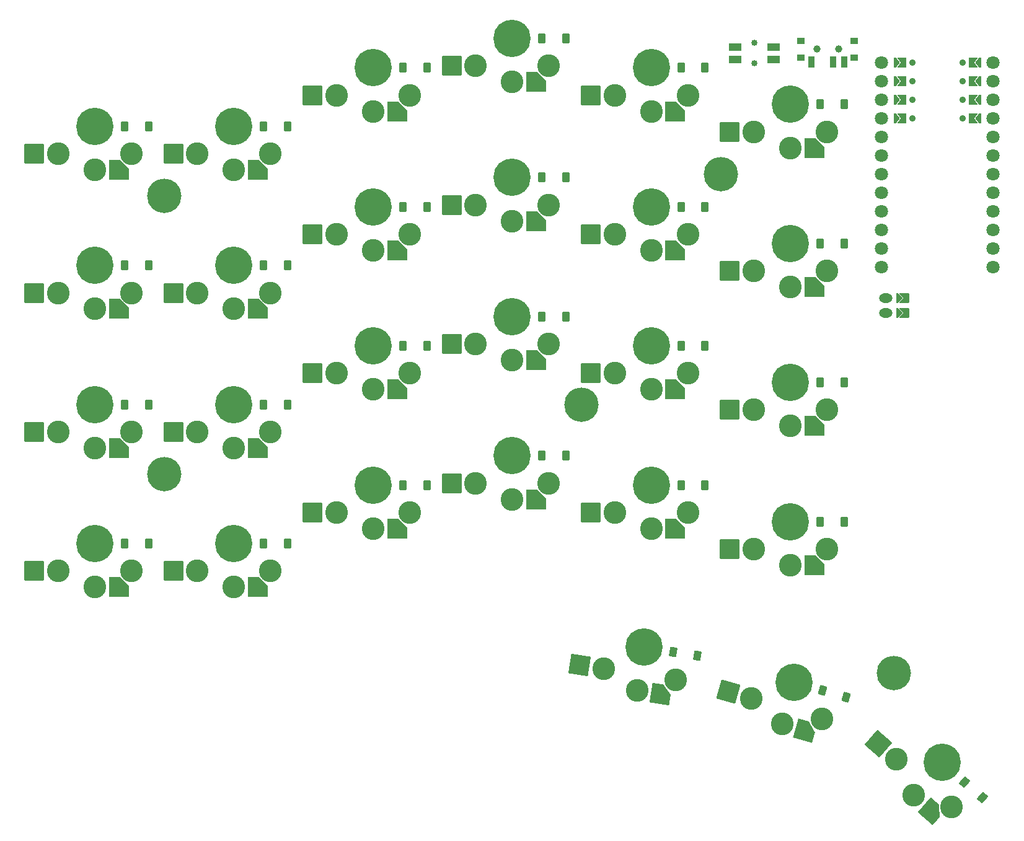
<source format=gbr>
%TF.GenerationSoftware,KiCad,Pcbnew,9.0.6*%
%TF.CreationDate,2026-01-10T00:21:18+01:00*%
%TF.ProjectId,shoedler54,73686f65-646c-4657-9235-342e6b696361,v1.0.0*%
%TF.SameCoordinates,Original*%
%TF.FileFunction,Soldermask,Bot*%
%TF.FilePolarity,Negative*%
%FSLAX46Y46*%
G04 Gerber Fmt 4.6, Leading zero omitted, Abs format (unit mm)*
G04 Created by KiCad (PCBNEW 9.0.6) date 2026-01-10 00:21:18*
%MOMM*%
%LPD*%
G01*
G04 APERTURE LIST*
G04 Aperture macros list*
%AMRoundRect*
0 Rectangle with rounded corners*
0 $1 Rounding radius*
0 $2 $3 $4 $5 $6 $7 $8 $9 X,Y pos of 4 corners*
0 Add a 4 corners polygon primitive as box body*
4,1,4,$2,$3,$4,$5,$6,$7,$8,$9,$2,$3,0*
0 Add four circle primitives for the rounded corners*
1,1,$1+$1,$2,$3*
1,1,$1+$1,$4,$5*
1,1,$1+$1,$6,$7*
1,1,$1+$1,$8,$9*
0 Add four rect primitives between the rounded corners*
20,1,$1+$1,$2,$3,$4,$5,0*
20,1,$1+$1,$4,$5,$6,$7,0*
20,1,$1+$1,$6,$7,$8,$9,0*
20,1,$1+$1,$8,$9,$2,$3,0*%
%AMFreePoly0*
4,1,16,-0.214645,0.660355,-0.210957,0.656235,0.289043,0.031235,0.299694,-0.005522,0.289043,-0.031235,-0.210957,-0.656235,-0.244478,-0.674694,-0.250000,-0.675000,-0.500000,-0.675000,-0.535355,-0.660355,-0.550000,-0.625000,-0.550000,0.625000,-0.535355,0.660355,-0.500000,0.675000,-0.250000,0.675000,-0.214645,0.660355,-0.214645,0.660355,$1*%
%AMFreePoly1*
4,1,16,0.535355,0.660355,0.550000,0.625000,0.550000,-0.625000,0.535355,-0.660355,0.500000,-0.675000,-0.650000,-0.675000,-0.685355,-0.660355,-0.700000,-0.625000,-0.689043,-0.593765,-0.214031,0.000000,-0.689043,0.593765,-0.699694,0.630522,-0.681235,0.664043,-0.650000,0.675000,0.500000,0.675000,0.535355,0.660355,0.535355,0.660355,$1*%
%AMFreePoly2*
4,1,16,0.635355,0.285355,0.650000,0.250000,0.650000,-1.000000,0.635355,-1.035355,0.600000,-1.050000,0.564645,-1.035355,0.000000,-0.470710,-0.564645,-1.035355,-0.600000,-1.050000,-0.635355,-1.035355,-0.650000,-1.000000,-0.650000,0.250000,-0.635355,0.285355,-0.600000,0.300000,0.600000,0.300000,0.635355,0.285355,0.635355,0.285355,$1*%
%AMFreePoly3*
4,1,14,0.035355,0.435355,0.635355,-0.164645,0.650000,-0.200000,0.650000,-0.400000,0.635355,-0.435355,0.600000,-0.450000,-0.600000,-0.450000,-0.635355,-0.435355,-0.650000,-0.400000,-0.650000,-0.200000,-0.635355,-0.164645,-0.035355,0.435355,0.000000,0.450000,0.035355,0.435355,0.035355,0.435355,$1*%
%AMFreePoly4*
4,1,14,1.335355,1.335355,1.350000,1.300000,1.350000,-1.300000,1.335355,-1.335355,1.300000,-1.350000,-0.117000,-1.350000,-0.152355,-1.335355,-1.335355,-0.152355,-1.350000,-0.117000,-1.350000,1.300000,-1.335355,1.335355,-1.300000,1.350000,1.300000,1.350000,1.335355,1.335355,1.335355,1.335355,$1*%
G04 Aperture macros list end*
%ADD10RoundRect,0.050000X0.597950X0.452720X-0.267185X0.700794X-0.597950X-0.452720X0.267185X-0.700794X0*%
%ADD11RoundRect,0.050000X0.450000X0.600000X-0.450000X0.600000X-0.450000X-0.600000X0.450000X-0.600000X0*%
%ADD12RoundRect,0.050000X0.733255X0.157599X0.054016X0.748052X-0.733255X-0.157599X-0.054016X-0.748052X0*%
%ADD13RoundRect,0.050000X-0.500000X-0.400000X0.500000X-0.400000X0.500000X0.400000X-0.500000X0.400000X0*%
%ADD14C,1.000000*%
%ADD15RoundRect,0.050000X-0.350000X-0.750000X0.350000X-0.750000X0.350000X0.750000X-0.350000X0.750000X0*%
%ADD16FreePoly0,180.000000*%
%ADD17C,1.800000*%
%ADD18FreePoly0,0.000000*%
%ADD19FreePoly1,0.000000*%
%ADD20C,0.900000*%
%ADD21FreePoly1,180.000000*%
%ADD22C,4.700000*%
%ADD23FreePoly2,270.000000*%
%ADD24O,1.850000X1.300000*%
%ADD25FreePoly3,270.000000*%
%ADD26C,0.850000*%
%ADD27RoundRect,0.050000X0.775000X0.500000X-0.775000X0.500000X-0.775000X-0.500000X0.775000X-0.500000X0*%
%ADD28RoundRect,0.050000X0.538320X0.522217X-0.350599X0.663009X-0.538320X-0.522217X0.350599X-0.663009X0*%
%ADD29C,3.100000*%
%ADD30C,5.100000*%
%ADD31FreePoly4,180.000000*%
%ADD32RoundRect,0.050000X1.300000X1.300000X-1.300000X1.300000X-1.300000X-1.300000X1.300000X-1.300000X0*%
%ADD33FreePoly4,171.000000*%
%ADD34RoundRect,0.050000X1.487360X1.080630X-1.080630X1.487360X-1.487360X-1.080630X1.080630X-1.487360X0*%
%ADD35FreePoly4,139.000000*%
%ADD36RoundRect,0.050000X1.833999X0.128246X-0.128246X1.833999X-1.833999X-0.128246X0.128246X-1.833999X0*%
%ADD37FreePoly4,164.000000*%
%ADD38RoundRect,0.050000X1.607969X0.891312X-0.891312X1.607969X-1.607969X-0.891312X0.891312X-1.607969X0*%
G04 APERTURE END LIST*
D10*
%TO.C,D26*%
X252572247Y-170967899D03*
X249400083Y-170058295D03*
%TD*%
D11*
%TO.C,D21*%
X252350000Y-147000000D03*
X249050000Y-147000000D03*
%TD*%
%TO.C,D7*%
X176350000Y-112000000D03*
X173050000Y-112000000D03*
%TD*%
D12*
%TO.C,D27*%
X271257175Y-184733378D03*
X268766633Y-182568384D03*
%TD*%
D11*
%TO.C,D19*%
X233350000Y-104000000D03*
X230050000Y-104000000D03*
%TD*%
%TO.C,D1*%
X157350000Y-150000000D03*
X154050000Y-150000000D03*
%TD*%
%TO.C,D8*%
X176350000Y-93000000D03*
X173050000Y-93000000D03*
%TD*%
%TO.C,D23*%
X252350000Y-109000000D03*
X249050000Y-109000000D03*
%TD*%
D13*
%TO.C,PWR1*%
X246450000Y-83585000D03*
X253750000Y-83585000D03*
D14*
X248600000Y-82475000D03*
X251600000Y-82475000D03*
D13*
X246450000Y-81375000D03*
X253750000Y-81375000D03*
D15*
X247850000Y-84235000D03*
X250850000Y-84235000D03*
X252350000Y-84235000D03*
%TD*%
D11*
%TO.C,D15*%
X214350000Y-100000000D03*
X211050000Y-100000000D03*
%TD*%
%TO.C,D5*%
X176350000Y-150000000D03*
X173050000Y-150000000D03*
%TD*%
%TO.C,D11*%
X195350000Y-104000000D03*
X192050000Y-104000000D03*
%TD*%
D16*
%TO.C,MCU1*%
X270600000Y-84300000D03*
D17*
X272720000Y-84300000D03*
D16*
X270600000Y-86840000D03*
D17*
X272720000Y-86840000D03*
D16*
X270600000Y-89380000D03*
D17*
X272720000Y-89380000D03*
D16*
X270600000Y-91920000D03*
D17*
X272720000Y-91920000D03*
X272720000Y-94460000D03*
X272720000Y-97000000D03*
X272720000Y-99540000D03*
X272720000Y-102080000D03*
X272720000Y-104620000D03*
X272720000Y-107160000D03*
X272720000Y-109700000D03*
X272720000Y-112240000D03*
X257480000Y-112240000D03*
X257480000Y-109700000D03*
X257480000Y-107160000D03*
X257480000Y-104620000D03*
X257480000Y-102080000D03*
X257480000Y-99540000D03*
X257480000Y-97000000D03*
X257480000Y-94460000D03*
X257480000Y-91920000D03*
D18*
X259600000Y-91920000D03*
D17*
X257480000Y-89380000D03*
D18*
X259600000Y-89380000D03*
D17*
X257480000Y-86840000D03*
D18*
X259600000Y-86840000D03*
D17*
X257480000Y-84300000D03*
D18*
X259600000Y-84300000D03*
D19*
X260325000Y-84300000D03*
D20*
X268500000Y-84300000D03*
D19*
X260325000Y-86840000D03*
D20*
X268500000Y-86840000D03*
D19*
X260325000Y-89380000D03*
D20*
X268500000Y-89380000D03*
D19*
X260325000Y-91920000D03*
D20*
X268500000Y-91920000D03*
X261700000Y-91920000D03*
D21*
X269875000Y-91920000D03*
D20*
X261700000Y-89380000D03*
D21*
X269875000Y-89380000D03*
D20*
X261700000Y-86840000D03*
D21*
X269875000Y-86840000D03*
D20*
X261700000Y-84300000D03*
D21*
X269875000Y-84300000D03*
%TD*%
D11*
%TO.C,D16*%
X214350000Y-81000000D03*
X211050000Y-81000000D03*
%TD*%
%TO.C,D12*%
X195350000Y-85000000D03*
X192050000Y-85000000D03*
%TD*%
D22*
%TO.C,MH1*%
X159500000Y-102500000D03*
%TD*%
%TO.C,MH5*%
X216500000Y-131000000D03*
%TD*%
D11*
%TO.C,D22*%
X252350000Y-128000000D03*
X249050000Y-128000000D03*
%TD*%
D22*
%TO.C,MH4*%
X259163733Y-167726197D03*
%TD*%
%TO.C,MH3*%
X159500000Y-140500000D03*
%TD*%
D11*
%TO.C,D17*%
X233350000Y-142000000D03*
X230050000Y-142000000D03*
%TD*%
%TO.C,D9*%
X195350000Y-142000000D03*
X192050000Y-142000000D03*
%TD*%
D23*
%TO.C,JST1*%
X260876000Y-116500000D03*
X260876000Y-118500000D03*
D24*
X258060000Y-118500000D03*
X258060000Y-116500000D03*
D25*
X259860000Y-118500000D03*
X259860000Y-116500000D03*
%TD*%
D11*
%TO.C,D14*%
X214350000Y-119000000D03*
X211050000Y-119000000D03*
%TD*%
%TO.C,D24*%
X252350000Y-90000000D03*
X249050000Y-90000000D03*
%TD*%
%TO.C,D6*%
X176350000Y-131000000D03*
X173050000Y-131000000D03*
%TD*%
%TO.C,D20*%
X233350000Y-85000000D03*
X230050000Y-85000000D03*
%TD*%
D26*
%TO.C,RST1*%
X240100000Y-81625000D03*
X240100000Y-84375000D03*
D27*
X237475000Y-82150000D03*
X237475000Y-83850000D03*
X242725000Y-82150000D03*
X242725000Y-83850000D03*
%TD*%
D11*
%TO.C,D4*%
X157350000Y-93000000D03*
X154050000Y-93000000D03*
%TD*%
D22*
%TO.C,MH2*%
X235500000Y-99500000D03*
%TD*%
D28*
%TO.C,D25*%
X232257010Y-165294794D03*
X228997638Y-164778560D03*
%TD*%
D11*
%TO.C,D2*%
X157350000Y-131000000D03*
X154050000Y-131000000D03*
%TD*%
%TO.C,D3*%
X157350000Y-112000000D03*
X154050000Y-112000000D03*
%TD*%
%TO.C,D10*%
X195350000Y-123000000D03*
X192050000Y-123000000D03*
%TD*%
%TO.C,D13*%
X214350000Y-138000000D03*
X211050000Y-138000000D03*
%TD*%
%TO.C,D18*%
X233350000Y-123000000D03*
X230050000Y-123000000D03*
%TD*%
D29*
%TO.C,S19*%
X231000000Y-107750000D03*
X226000000Y-109950000D03*
D30*
X226000000Y-104000000D03*
D29*
X221000000Y-107750000D03*
D31*
X229275000Y-109950000D03*
D32*
X217725000Y-107750000D03*
%TD*%
D29*
%TO.C,S6*%
X174000000Y-134750000D03*
X169000000Y-136950000D03*
D30*
X169000000Y-131000000D03*
D29*
X164000000Y-134750000D03*
D31*
X172275000Y-136950000D03*
D32*
X160725000Y-134750000D03*
%TD*%
D29*
%TO.C,S24*%
X250000000Y-93750000D03*
X245000000Y-95950000D03*
D30*
X245000000Y-90000000D03*
D29*
X240000000Y-93750000D03*
D31*
X248275000Y-95950000D03*
D32*
X236725000Y-93750000D03*
%TD*%
D29*
%TO.C,S8*%
X174000000Y-96750000D03*
X169000000Y-98950000D03*
D30*
X169000000Y-93000000D03*
D29*
X164000000Y-96750000D03*
D31*
X172275000Y-98950000D03*
D32*
X160725000Y-96750000D03*
%TD*%
D29*
%TO.C,S7*%
X174000000Y-115750000D03*
X169000000Y-117950000D03*
D30*
X169000000Y-112000000D03*
D29*
X164000000Y-115750000D03*
D31*
X172275000Y-117950000D03*
D32*
X160725000Y-115750000D03*
%TD*%
D29*
%TO.C,S4*%
X155000000Y-96750000D03*
X150000000Y-98950000D03*
D30*
X150000000Y-93000000D03*
D29*
X145000000Y-96750000D03*
D31*
X153275000Y-98950000D03*
D32*
X141725000Y-96750000D03*
%TD*%
D29*
%TO.C,S25*%
X229349312Y-168631004D03*
X224066715Y-170021746D03*
D30*
X224997500Y-164145000D03*
D29*
X219472429Y-167066659D03*
D33*
X227301394Y-170534068D03*
D34*
X216237750Y-166554336D03*
%TD*%
D29*
%TO.C,S5*%
X174000000Y-153750000D03*
X169000000Y-155950000D03*
D30*
X169000000Y-150000000D03*
D29*
X164000000Y-153750000D03*
D31*
X172275000Y-155950000D03*
D32*
X160725000Y-153750000D03*
%TD*%
D29*
%TO.C,S14*%
X212000000Y-122750000D03*
X207000000Y-124950000D03*
D30*
X207000000Y-119000000D03*
D29*
X202000000Y-122750000D03*
D31*
X210275000Y-124950000D03*
D32*
X198725000Y-122750000D03*
%TD*%
D29*
%TO.C,S23*%
X250000000Y-112750000D03*
X245000000Y-114950000D03*
D30*
X245000000Y-109000000D03*
D29*
X240000000Y-112750000D03*
D31*
X248275000Y-114950000D03*
D32*
X236725000Y-112750000D03*
%TD*%
D29*
%TO.C,S20*%
X231000000Y-88750000D03*
X226000000Y-90950000D03*
D30*
X226000000Y-85000000D03*
D29*
X221000000Y-88750000D03*
D31*
X229275000Y-90950000D03*
D32*
X217725000Y-88750000D03*
%TD*%
D29*
%TO.C,S16*%
X212000000Y-84750000D03*
X207000000Y-86950000D03*
D30*
X207000000Y-81000000D03*
D29*
X202000000Y-84750000D03*
D31*
X210275000Y-86950000D03*
D32*
X198725000Y-84750000D03*
%TD*%
D29*
%TO.C,S1*%
X155000000Y-153750000D03*
X150000000Y-155950000D03*
D30*
X150000000Y-150000000D03*
D29*
X145000000Y-153750000D03*
D31*
X153275000Y-155950000D03*
D32*
X141725000Y-153750000D03*
%TD*%
D29*
%TO.C,S15*%
X212000000Y-103750000D03*
X207000000Y-105950000D03*
D30*
X207000000Y-100000000D03*
D29*
X202000000Y-103750000D03*
D31*
X210275000Y-105950000D03*
D32*
X198725000Y-103750000D03*
%TD*%
D29*
%TO.C,S2*%
X155000000Y-134750000D03*
X150000000Y-136950000D03*
D30*
X150000000Y-131000000D03*
D29*
X145000000Y-134750000D03*
D31*
X153275000Y-136950000D03*
D32*
X141725000Y-134750000D03*
%TD*%
D29*
%TO.C,S18*%
X231000000Y-126750000D03*
X226000000Y-128950000D03*
D30*
X226000000Y-123000000D03*
D29*
X221000000Y-126750000D03*
D31*
X229275000Y-128950000D03*
D32*
X217725000Y-126750000D03*
%TD*%
D29*
%TO.C,S17*%
X231000000Y-145750000D03*
X226000000Y-147950000D03*
D30*
X226000000Y-142000000D03*
D29*
X221000000Y-145750000D03*
D31*
X229275000Y-147950000D03*
D32*
X217725000Y-145750000D03*
%TD*%
D29*
%TO.C,S11*%
X193000000Y-107750000D03*
X188000000Y-109950000D03*
D30*
X188000000Y-104000000D03*
D29*
X183000000Y-107750000D03*
D31*
X191275000Y-109950000D03*
D32*
X179725000Y-107750000D03*
%TD*%
D29*
%TO.C,S21*%
X250000000Y-150750000D03*
X245000000Y-152950000D03*
D30*
X245000000Y-147000000D03*
D29*
X240000000Y-150750000D03*
D31*
X248275000Y-152950000D03*
D32*
X236725000Y-150750000D03*
%TD*%
D29*
%TO.C,S12*%
X193000000Y-88750000D03*
X188000000Y-90950000D03*
D30*
X188000000Y-85000000D03*
D29*
X183000000Y-88750000D03*
D31*
X191275000Y-90950000D03*
D32*
X179725000Y-88750000D03*
%TD*%
D29*
%TO.C,S9*%
X193000000Y-145750000D03*
X188000000Y-147950000D03*
D30*
X188000000Y-142000000D03*
D29*
X183000000Y-145750000D03*
D31*
X191275000Y-147950000D03*
D32*
X179725000Y-145750000D03*
%TD*%
D29*
%TO.C,S3*%
X155000000Y-115750000D03*
X150000000Y-117950000D03*
D30*
X150000000Y-112000000D03*
D29*
X145000000Y-115750000D03*
D31*
X153275000Y-117950000D03*
D32*
X141725000Y-115750000D03*
%TD*%
D29*
%TO.C,S13*%
X212000000Y-141750000D03*
X207000000Y-143950000D03*
D30*
X207000000Y-138000000D03*
D29*
X202000000Y-141750000D03*
D31*
X210275000Y-143950000D03*
D32*
X198725000Y-141750000D03*
%TD*%
D29*
%TO.C,S22*%
X250000000Y-131750000D03*
X245000000Y-133950000D03*
D30*
X245000000Y-128000000D03*
D29*
X240000000Y-131750000D03*
D31*
X248275000Y-133950000D03*
D32*
X236725000Y-131750000D03*
%TD*%
D29*
%TO.C,S27*%
X267023386Y-186021801D03*
X261806508Y-184401867D03*
D30*
X265710059Y-179911345D03*
D29*
X259476290Y-179461211D03*
D35*
X264278182Y-186550460D03*
D36*
X257004616Y-177312617D03*
%TD*%
D29*
%TO.C,S26*%
X249279641Y-173924882D03*
X243866931Y-174661471D03*
D30*
X245506973Y-168941964D03*
D29*
X239667024Y-171168510D03*
D37*
X247015063Y-175564183D03*
D38*
X236518892Y-170265796D03*
%TD*%
D29*
%TO.C,S10*%
X193000000Y-126750000D03*
X188000000Y-128950000D03*
D30*
X188000000Y-123000000D03*
D29*
X183000000Y-126750000D03*
D31*
X191275000Y-128950000D03*
D32*
X179725000Y-126750000D03*
%TD*%
M02*

</source>
